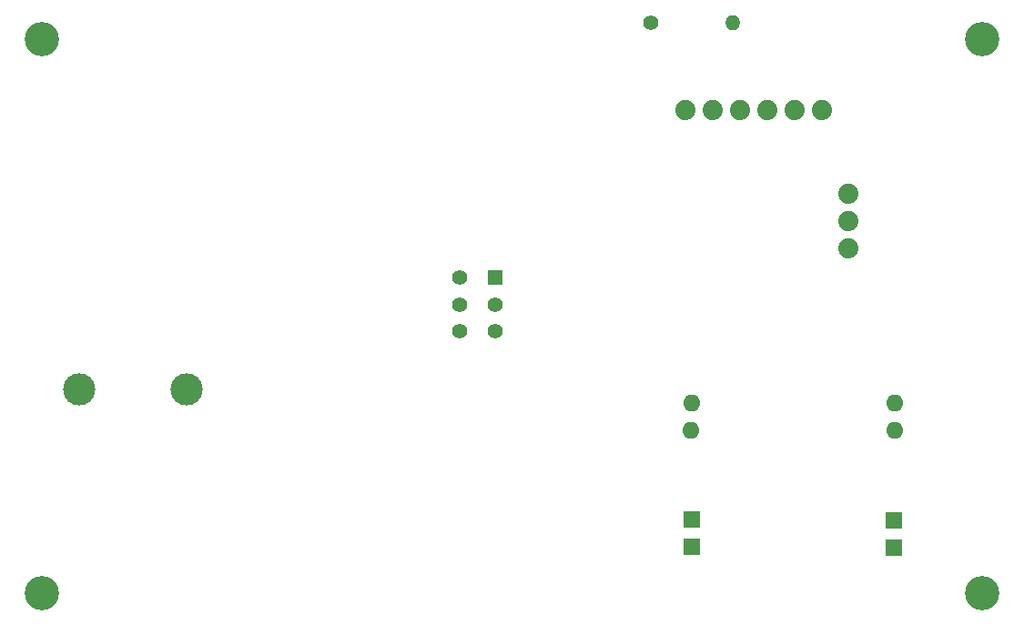
<source format=gbr>
%TF.GenerationSoftware,KiCad,Pcbnew,7.0.9*%
%TF.CreationDate,2024-07-11T14:42:56+10:00*%
%TF.ProjectId,bms test circuit,626d7320-7465-4737-9420-636972637569,rev?*%
%TF.SameCoordinates,Original*%
%TF.FileFunction,Soldermask,Bot*%
%TF.FilePolarity,Negative*%
%FSLAX46Y46*%
G04 Gerber Fmt 4.6, Leading zero omitted, Abs format (unit mm)*
G04 Created by KiCad (PCBNEW 7.0.9) date 2024-07-11 14:42:56*
%MOMM*%
%LPD*%
G01*
G04 APERTURE LIST*
%ADD10C,3.200000*%
%ADD11C,3.000000*%
%ADD12R,1.400000X1.400000*%
%ADD13C,1.400000*%
%ADD14R,1.600000X1.600000*%
%ADD15O,1.600000X1.600000*%
%ADD16C,1.879600*%
%ADD17O,1.400000X1.400000*%
G04 APERTURE END LIST*
D10*
X259461000Y-95758000D03*
D11*
X175465000Y-76811000D03*
X185465000Y-76811000D03*
D10*
X171958000Y-95758000D03*
X171958000Y-44196000D03*
D12*
X214121000Y-66426500D03*
D13*
X214121000Y-68926500D03*
X214121000Y-71426500D03*
X210821000Y-66426500D03*
X210821000Y-68926500D03*
X210821000Y-71426500D03*
D14*
X232410000Y-88900000D03*
X232410000Y-91440000D03*
D15*
X232384600Y-80645000D03*
X232410000Y-78105000D03*
D14*
X251206000Y-89027000D03*
X251206000Y-91567000D03*
D15*
X251307600Y-80645000D03*
X251333000Y-78105000D03*
D10*
X259461000Y-44196000D03*
D16*
X247018000Y-63687000D03*
X247018000Y-61147000D03*
X247018000Y-58607000D03*
X244518000Y-50857000D03*
X241978000Y-50857000D03*
X239438000Y-50857000D03*
X236898000Y-50857000D03*
X234358000Y-50857000D03*
X231818000Y-50857000D03*
D13*
X228600000Y-42672000D03*
D17*
X236220000Y-42672000D03*
M02*

</source>
